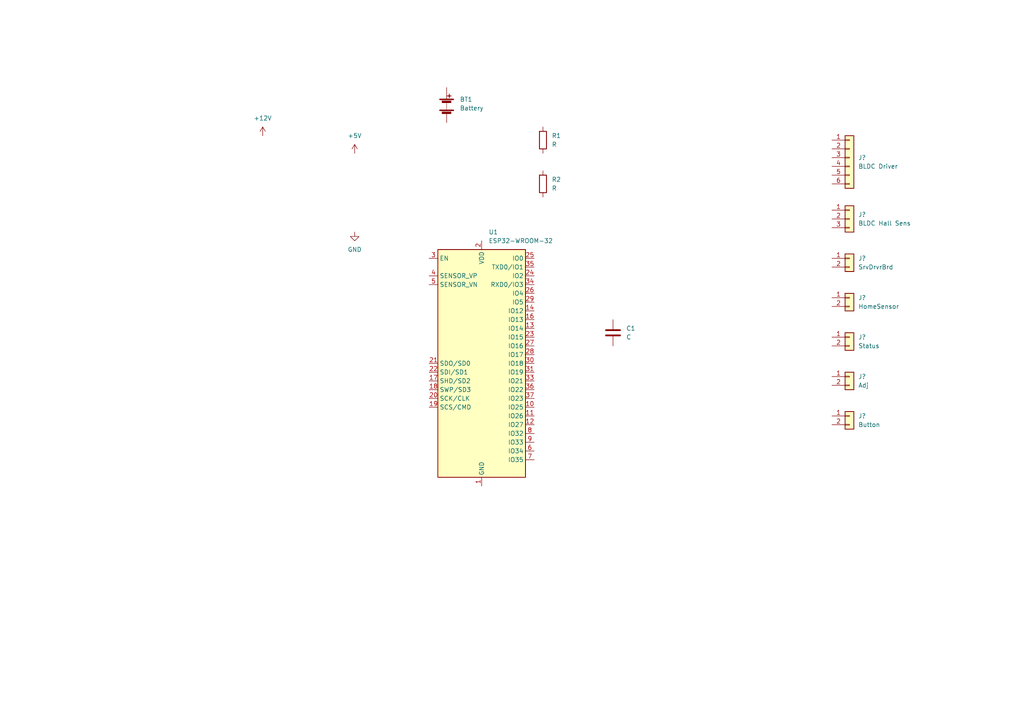
<source format=kicad_sch>
(kicad_sch (version 20211123) (generator eeschema)
  (paper "A4")
  (lib_symbols
    (symbol "Connector_Generic:Conn_01x02" (pin_names (offset 1.016) hide)
      (property "Reference" "J" (at 0 2.54 0))
      (property "Value" "Conn_01x02" (at 0 -5.08 0))
      (symbol "Conn_01x02_1_1"
        (rectangle (start -1.27 -2.413) (end 0 -2.667) (stroke (width 0.1524)))
        (rectangle (start -1.27 0.127) (end 0 -0.127) (stroke (width 0.1524)))
        (rectangle (start -1.27 1.27) (end 1.27 -3.81) (stroke (width 0.254)) (fill (type background)))
        (pin passive line (at -5.08 0 0) (length 3.81) (name "Pin_1") (number "1"))
        (pin passive line (at -5.08 -2.54 0) (length 3.81) (name "Pin_2") (number "2"))
      )
    )
    (symbol "Connector_Generic:Conn_01x03" (pin_names (offset 1.016) hide)
      (property "Reference" "J" (at 0 5.08 0))
      (property "Value" "Conn_01x03" (at 0 -5.08 0))
      (symbol "Conn_01x03_1_1"
        (rectangle (start -1.27 -2.413) (end 0 -2.667) (stroke (width 0.1524)))
        (rectangle (start -1.27 0.127) (end 0 -0.127) (stroke (width 0.1524)))
        (rectangle (start -1.27 2.667) (end 0 2.413) (stroke (width 0.1524)))
        (rectangle (start -1.27 3.81) (end 1.27 -3.81) (stroke (width 0.254)) (fill (type background)))
        (pin passive line (at -5.08 2.54 0) (length 3.81) (name "Pin_1") (number "1"))
        (pin passive line (at -5.08 0 0) (length 3.81) (name "Pin_2") (number "2"))
        (pin passive line (at -5.08 -2.54 0) (length 3.81) (name "Pin_3") (number "3"))
      )
    )
    (symbol "Connector_Generic:Conn_01x06" (pin_names (offset 1.016) hide)
      (property "Reference" "J" (at 0 7.62 0))
      (property "Value" "Conn_01x06" (at 0 -10.16 0))
      (symbol "Conn_01x06_1_1"
        (rectangle (start -1.27 -7.493) (end 0 -7.747) (stroke (width 0.1524)))
        (rectangle (start -1.27 -4.953) (end 0 -5.207) (stroke (width 0.1524)))
        (rectangle (start -1.27 -2.413) (end 0 -2.667) (stroke (width 0.1524)))
        (rectangle (start -1.27 0.127) (end 0 -0.127) (stroke (width 0.1524)))
        (rectangle (start -1.27 2.667) (end 0 2.413) (stroke (width 0.1524)))
        (rectangle (start -1.27 5.207) (end 0 4.953) (stroke (width 0.1524)))
        (rectangle (start -1.27 6.35) (end 1.27 -8.89) (stroke (width 0.254)) (fill (type background)))
        (pin passive line (at -5.08 5.08 0) (length 3.81) (name "Pin_1") (number "1"))
        (pin passive line (at -5.08 2.54 0) (length 3.81) (name "Pin_2") (number "2"))
        (pin passive line (at -5.08 0 0) (length 3.81) (name "Pin_3") (number "3"))
        (pin passive line (at -5.08 -2.54 0) (length 3.81) (name "Pin_4") (number "4"))
        (pin passive line (at -5.08 -5.08 0) (length 3.81) (name "Pin_5") (number "5"))
        (pin passive line (at -5.08 -7.62 0) (length 3.81) (name "Pin_6") (number "6"))
      )
    )
    (symbol "Device:Battery" (pin_numbers hide) (pin_names (offset 0) hide)
      (property "Reference" "BT" (at 2.54 2.54 0))
      (property "Value" "Battery" (at 2.54 0 0))
      (symbol "Battery_0_1"
        (rectangle (start -2.032 -1.397) (end 2.032 -1.651) (fill (type outline)))
        (rectangle (start -2.032 1.778) (end 2.032 1.524) (fill (type outline)))
        (rectangle (start -1.3208 -1.9812) (end 1.27 -2.4892) (fill (type outline)))
        (rectangle (start -1.3208 1.1938) (end 1.27 0.6858) (fill (type outline)))
        (polyline (pts (xy 0 -1.524) (xy 0 -1.27)))
        (polyline (pts (xy 0 -1.016) (xy 0 -0.762)))
        (polyline (pts (xy 0 -0.508) (xy 0 -0.254)))
        (polyline (pts (xy 0 0) (xy 0 0.254)))
        (polyline (pts (xy 0 0.508) (xy 0 0.762)))
        (polyline (pts (xy 0 1.778) (xy 0 2.54)))
        (polyline (pts (xy 0.254 2.667) (xy 1.27 2.667)) (stroke (width 0.254)))
        (polyline (pts (xy 0.762 3.175) (xy 0.762 2.159)) (stroke (width 0.254)))
      )
      (symbol "Battery_1_1"
        (pin passive line (at 0 5.08 270) (length 2.54) (name "+") (number "1"))
        (pin passive line (at 0 -5.08 90) (length 2.54) (name "-") (number "2"))
      )
    )
    (symbol "Device:C" (pin_numbers hide) (pin_names (offset 0.254))
      (property "Reference" "C" (at 0.635 2.54 0))
      (property "Value" "C" (at 0.635 -2.54 0))
      (symbol "C_0_1"
        (polyline (pts (xy -2.032 -0.762) (xy 2.032 -0.762)) (stroke (width 0.508)))
        (polyline (pts (xy -2.032 0.762) (xy 2.032 0.762)) (stroke (width 0.508)))
      )
      (symbol "C_1_1"
        (pin passive line (at 0 3.81 270) (length 2.794) (name "~") (number "1"))
        (pin passive line (at 0 -3.81 90) (length 2.794) (name "~") (number "2"))
      )
    )
    (symbol "Device:R" (pin_numbers hide) (pin_names (offset 0))
      (property "Reference" "R" (at 2.032 0 90))
      (property "Value" "R" (at 0 0 90))
      (symbol "R_0_1"
        (rectangle (start -1.016 -2.54) (end 1.016 2.54) (stroke (width 0.254)))
      )
      (symbol "R_1_1"
        (pin passive line (at 0 3.81 270) (length 1.27) (name "~") (number "1"))
        (pin passive line (at 0 -3.81 90) (length 1.27) (name "~") (number "2"))
      )
    )
    (symbol "RF_Module:ESP32-WROOM-32"
      (property "Reference" "U" (at -12.7 34.29 0))
      (property "Value" "ESP32-WROOM-32" (at 1.27 34.29 0))
      (symbol "ESP32-WROOM-32_0_1"
        (rectangle (start -12.7 33.02) (end 12.7 -33.02) (stroke (width 0.254)) (fill (type background)))
      )
      (symbol "ESP32-WROOM-32_1_1"
        (pin power_in line (at 0 -35.56 90) (length 2.54) (name "GND") (number "1"))
        (pin bidirectional line (at 15.24 -12.7 180) (length 2.54) (name "IO25") (number "10"))
        (pin bidirectional line (at 15.24 -15.24 180) (length 2.54) (name "IO26") (number "11"))
        (pin bidirectional line (at 15.24 -17.78 180) (length 2.54) (name "IO27") (number "12"))
        (pin bidirectional line (at 15.24 10.16 180) (length 2.54) (name "IO14") (number "13"))
        (pin bidirectional line (at 15.24 15.24 180) (length 2.54) (name "IO12") (number "14"))
        (pin passive line (at 0 -35.56 90) (length 2.54) hide (name "GND") (number "15"))
        (pin bidirectional line (at 15.24 12.7 180) (length 2.54) (name "IO13") (number "16"))
        (pin bidirectional line (at -15.24 -5.08 0) (length 2.54) (name "SHD/SD2") (number "17"))
        (pin bidirectional line (at -15.24 -7.62 0) (length 2.54) (name "SWP/SD3") (number "18"))
        (pin bidirectional line (at -15.24 -12.7 0) (length 2.54) (name "SCS/CMD") (number "19"))
        (pin power_in line (at 0 35.56 270) (length 2.54) (name "VDD") (number "2"))
        (pin bidirectional line (at -15.24 -10.16 0) (length 2.54) (name "SCK/CLK") (number "20"))
        (pin bidirectional line (at -15.24 0 0) (length 2.54) (name "SDO/SD0") (number "21"))
        (pin bidirectional line (at -15.24 -2.54 0) (length 2.54) (name "SDI/SD1") (number "22"))
        (pin bidirectional line (at 15.24 7.62 180) (length 2.54) (name "IO15") (number "23"))
        (pin bidirectional line (at 15.24 25.4 180) (length 2.54) (name "IO2") (number "24"))
        (pin bidirectional line (at 15.24 30.48 180) (length 2.54) (name "IO0") (number "25"))
        (pin bidirectional line (at 15.24 20.32 180) (length 2.54) (name "IO4") (number "26"))
        (pin bidirectional line (at 15.24 5.08 180) (length 2.54) (name "IO16") (number "27"))
        (pin bidirectional line (at 15.24 2.54 180) (length 2.54) (name "IO17") (number "28"))
        (pin bidirectional line (at 15.24 17.78 180) (length 2.54) (name "IO5") (number "29"))
        (pin input line (at -15.24 30.48 0) (length 2.54) (name "EN") (number "3"))
        (pin bidirectional line (at 15.24 0 180) (length 2.54) (name "IO18") (number "30"))
        (pin bidirectional line (at 15.24 -2.54 180) (length 2.54) (name "IO19") (number "31"))
        (pin no_connect line (at -12.7 -27.94 0) (length 2.54) hide (name "NC") (number "32"))
        (pin bidirectional line (at 15.24 -5.08 180) (length 2.54) (name "IO21") (number "33"))
        (pin bidirectional line (at 15.24 22.86 180) (length 2.54) (name "RXD0/IO3") (number "34"))
        (pin bidirectional line (at 15.24 27.94 180) (length 2.54) (name "TXD0/IO1") (number "35"))
        (pin bidirectional line (at 15.24 -7.62 180) (length 2.54) (name "IO22") (number "36"))
        (pin bidirectional line (at 15.24 -10.16 180) (length 2.54) (name "IO23") (number "37"))
        (pin passive line (at 0 -35.56 90) (length 2.54) hide (name "GND") (number "38"))
        (pin passive line (at 0 -35.56 90) (length 2.54) hide (name "GND") (number "39"))
        (pin input line (at -15.24 25.4 0) (length 2.54) (name "SENSOR_VP") (number "4"))
        (pin input line (at -15.24 22.86 0) (length 2.54) (name "SENSOR_VN") (number "5"))
        (pin input line (at 15.24 -25.4 180) (length 2.54) (name "IO34") (number "6"))
        (pin input line (at 15.24 -27.94 180) (length 2.54) (name "IO35") (number "7"))
        (pin bidirectional line (at 15.24 -20.32 180) (length 2.54) (name "IO32") (number "8"))
        (pin bidirectional line (at 15.24 -22.86 180) (length 2.54) (name "IO33") (number "9"))
      )
    )
    (symbol "power:+12V" (power) (pin_names (offset 0))
      (property "Value" "+12V" (at 0 3.556 0))
      (symbol "+12V_0_1"
        (polyline (pts (xy -0.762 1.27) (xy 0 2.54)))
        (polyline (pts (xy 0 0) (xy 0 2.54)))
        (polyline (pts (xy 0 2.54) (xy 0.762 1.27)))
      )
      (symbol "+12V_1_1"
        (pin power_in line (at 0 0 90) (length 0) hide (name "+12V") (number "1"))
      )
    )
    (symbol "power:+5V" (power) (pin_names (offset 0))
      (property "Value" "+5V" (at 0 3.556 0))
      (symbol "+5V_0_1"
        (polyline (pts (xy -0.762 1.27) (xy 0 2.54)))
        (polyline (pts (xy 0 0) (xy 0 2.54)))
        (polyline (pts (xy 0 2.54) (xy 0.762 1.27)))
      )
      (symbol "+5V_1_1"
        (pin power_in line (at 0 0 90) (length 0) hide (name "+5V") (number "1"))
      )
    )
    (symbol "power:GND" (power) (pin_names (offset 0))
      (property "Value" "GND" (at 0 -3.81 0))
      (symbol "GND_0_1"
        (polyline (pts (xy 0 0) (xy 0 -1.27) (xy 1.27 -1.27) (xy 0 -2.54) (xy -1.27 -1.27) (xy 0 -1.27)))
      )
      (symbol "GND_1_1"
        (pin power_in line (at 0 0 270) (length 0) hide (name "GND") (number "1"))
      )
    )
  )
  (symbol (lib_id "Device:R") (at 157.48 53.34 0) (unit 1)
    (property "Reference" "R2" (at 160.02 52.0699 0) (effects (justify left)))
    (property "Value" "R" (at 160.02 54.6099 0) (effects (justify left)))
  )
  (symbol (lib_id "Device:R") (at 157.48 40.64 0) (unit 1)
    (property "Reference" "R1" (at 160.02 39.3699 0) (effects (justify left)))
    (property "Value" "R" (at 160.02 41.9099 0) (effects (justify left)))
  )
  (symbol (lib_id "Connector_Generic:Conn_01x02") (at 246.38 97.79 0) (unit 1)
    (property "Reference" "J?" (at 248.92 97.7899 0) (effects (justify left)))
    (property "Value" "Status" (at 248.92 100.3299 0) (effects (justify left)))
  )
  (symbol (lib_id "power:+12V") (at 76.2 39.37 0) (unit 1)
    (property "Reference" "#PWR0103" (effects hide))
    (property "Value" "+12V" (at 76.2 34.29 0))
  )
  (symbol (lib_id "Connector_Generic:Conn_01x06") (at 246.38 45.72 0) (unit 1)
    (property "Reference" "J?" (at 248.92 45.7199 0) (effects (justify left)))
    (property "Value" "BLDC Driver" (at 248.92 48.2599 0) (effects (justify left)))
  )
  (symbol (lib_id "Connector_Generic:Conn_01x02") (at 246.38 74.93 0) (unit 1)
    (property "Reference" "J?" (at 248.92 74.9299 0) (effects (justify left)))
    (property "Value" "SrvDrvrBrd" (at 248.92 77.4699 0) (effects (justify left)))
  )
  (symbol (lib_id "Connector_Generic:Conn_01x02") (at 246.38 86.36 0) (unit 1)
    (property "Reference" "J?" (at 248.92 86.3599 0) (effects (justify left)))
    (property "Value" "HomeSensor" (at 248.92 88.8999 0) (effects (justify left)))
  )
  (symbol (lib_id "Device:Battery") (at 129.54 30.48 0) (unit 1)
    (property "Reference" "BT1" (at 133.35 28.8289 0) (effects (justify left)))
    (property "Value" "Battery" (at 133.35 31.3689 0) (effects (justify left)))
  )
  (symbol (lib_id "power:+5V") (at 102.87 44.45 0) (unit 1)
    (property "Reference" "#PWR0102" (effects hide))
    (property "Value" "+5V" (at 102.87 39.37 0))
  )
  (symbol (lib_id "Connector_Generic:Conn_01x02") (at 246.38 109.22 0) (unit 1)
    (property "Reference" "J?" (at 248.92 109.2199 0) (effects (justify left)))
    (property "Value" "Adj" (at 248.92 111.7599 0) (effects (justify left)))
  )
  (symbol (lib_id "RF_Module:ESP32-WROOM-32") (at 139.7 105.41 0) (unit 1)
    (property "Reference" "U1" (at 141.7194 67.31 0) (effects (justify left)))
    (property "Value" "ESP32-WROOM-32" (at 141.7194 69.85 0) (effects (justify left)))
    (property "Footprint" "Espressif_Synced:ESP32-DevKitC" (effects hide))
    (property "Datasheet" "https://www.espressif.com/sites/default/files/documentation/esp32-wroom-32_datasheet_en.pdf" (effects hide))
  )
  (symbol (lib_id "Connector_Generic:Conn_01x03") (at 246.38 63.5 0) (unit 1)
    (property "Reference" "J?" (at 248.92 62.2299 0) (effects (justify left)))
    (property "Value" "BLDC Hall Sens" (at 248.92 64.7699 0) (effects (justify left)))
  )
  (symbol (lib_id "Device:C") (at 177.8 96.52 0) (unit 1)
    (property "Reference" "C1" (at 181.61 95.2499 0) (effects (justify left)))
    (property "Value" "C" (at 181.61 97.7899 0) (effects (justify left)))
  )
  (symbol (lib_id "Connector_Generic:Conn_01x02") (at 246.38 120.65 0) (unit 1)
    (property "Reference" "J?" (at 248.92 120.6499 0) (effects (justify left)))
    (property "Value" "Button" (at 248.92 123.1899 0) (effects (justify left)))
  )
  (symbol (lib_id "power:GND") (at 102.87 67.31 0) (unit 1)
    (property "Reference" "#PWR0101" (effects hide))
    (property "Value" "GND" (at 102.87 72.39 0))
  )
)
</source>
